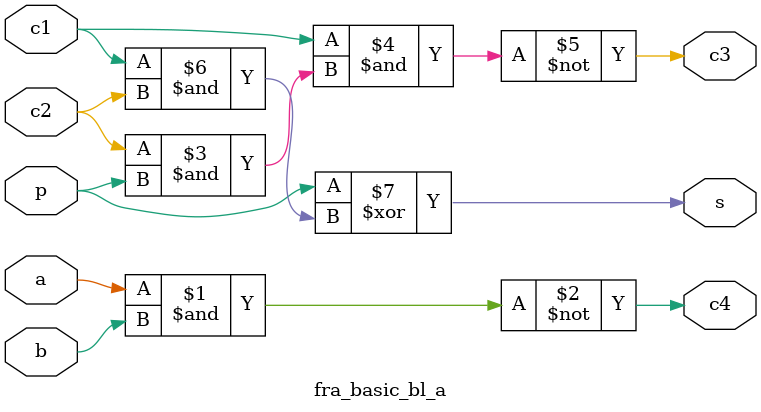
<source format=sv>
module fra_basic_bl_a (
		       input a,
		       input b,
		       input p,
		       input c1,
		       input c2,
		       output c3,
		       output c4,
		       output s);

	assign c4 = ~(a & b);
	assign c3 = ~(c1 & (c2 & p));
	assign s = p ^ (c1 & c2);

endmodule

</source>
